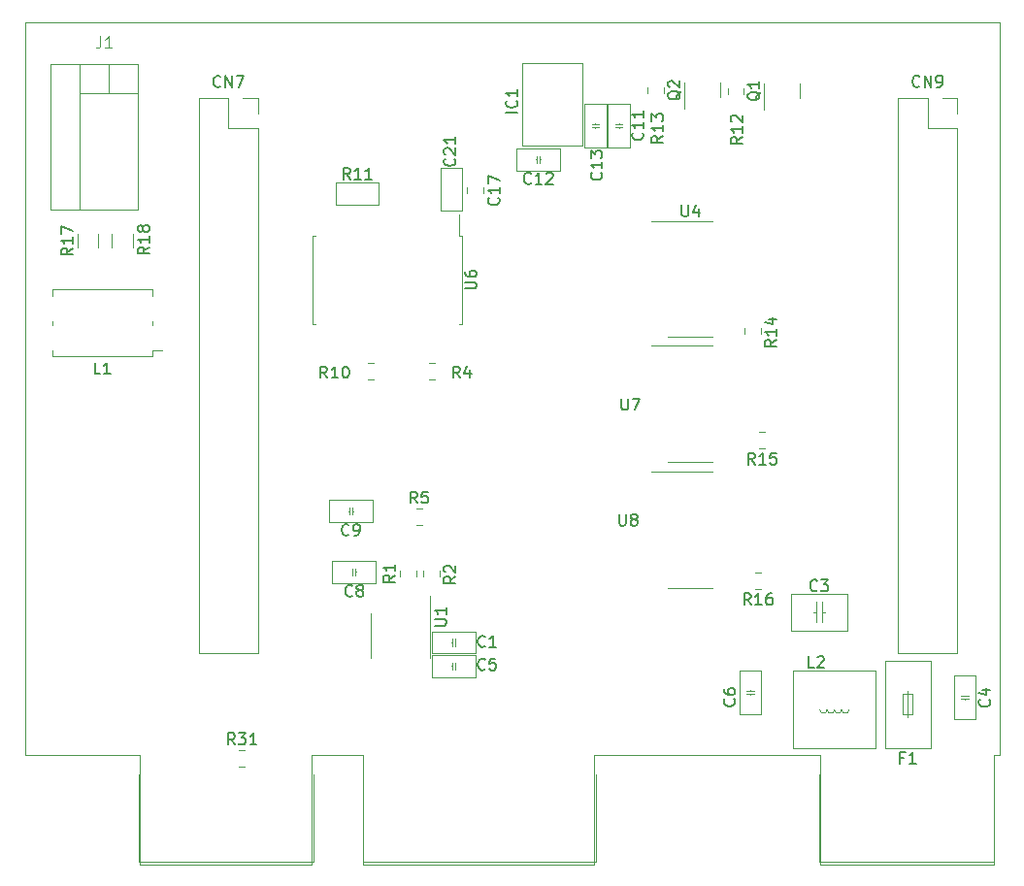
<source format=gbr>
%TF.GenerationSoftware,KiCad,Pcbnew,7.0.9*%
%TF.CreationDate,2024-06-26T15:19:18+03:00*%
%TF.ProjectId,_____ _________ ___________,1f3b3042-3020-43e4-913d-3e323d3e333e,rev?*%
%TF.SameCoordinates,Original*%
%TF.FileFunction,Legend,Top*%
%TF.FilePolarity,Positive*%
%FSLAX46Y46*%
G04 Gerber Fmt 4.6, Leading zero omitted, Abs format (unit mm)*
G04 Created by KiCad (PCBNEW 7.0.9) date 2024-06-26 15:19:18*
%MOMM*%
%LPD*%
G01*
G04 APERTURE LIST*
%ADD10C,0.150000*%
%ADD11C,0.100000*%
%ADD12C,0.120000*%
%TA.AperFunction,Profile*%
%ADD13C,0.100000*%
%TD*%
G04 APERTURE END LIST*
D10*
X127554819Y-84366666D02*
X127078628Y-84699999D01*
X127554819Y-84938094D02*
X126554819Y-84938094D01*
X126554819Y-84938094D02*
X126554819Y-84557142D01*
X126554819Y-84557142D02*
X126602438Y-84461904D01*
X126602438Y-84461904D02*
X126650057Y-84414285D01*
X126650057Y-84414285D02*
X126745295Y-84366666D01*
X126745295Y-84366666D02*
X126888152Y-84366666D01*
X126888152Y-84366666D02*
X126983390Y-84414285D01*
X126983390Y-84414285D02*
X127031009Y-84461904D01*
X127031009Y-84461904D02*
X127078628Y-84557142D01*
X127078628Y-84557142D02*
X127078628Y-84938094D01*
X126650057Y-83985713D02*
X126602438Y-83938094D01*
X126602438Y-83938094D02*
X126554819Y-83842856D01*
X126554819Y-83842856D02*
X126554819Y-83604761D01*
X126554819Y-83604761D02*
X126602438Y-83509523D01*
X126602438Y-83509523D02*
X126650057Y-83461904D01*
X126650057Y-83461904D02*
X126745295Y-83414285D01*
X126745295Y-83414285D02*
X126840533Y-83414285D01*
X126840533Y-83414285D02*
X126983390Y-83461904D01*
X126983390Y-83461904D02*
X127554819Y-84033332D01*
X127554819Y-84033332D02*
X127554819Y-83414285D01*
X118245833Y-80714580D02*
X118198214Y-80762200D01*
X118198214Y-80762200D02*
X118055357Y-80809819D01*
X118055357Y-80809819D02*
X117960119Y-80809819D01*
X117960119Y-80809819D02*
X117817262Y-80762200D01*
X117817262Y-80762200D02*
X117722024Y-80666961D01*
X117722024Y-80666961D02*
X117674405Y-80571723D01*
X117674405Y-80571723D02*
X117626786Y-80381247D01*
X117626786Y-80381247D02*
X117626786Y-80238390D01*
X117626786Y-80238390D02*
X117674405Y-80047914D01*
X117674405Y-80047914D02*
X117722024Y-79952676D01*
X117722024Y-79952676D02*
X117817262Y-79857438D01*
X117817262Y-79857438D02*
X117960119Y-79809819D01*
X117960119Y-79809819D02*
X118055357Y-79809819D01*
X118055357Y-79809819D02*
X118198214Y-79857438D01*
X118198214Y-79857438D02*
X118245833Y-79905057D01*
X118722024Y-80809819D02*
X118912500Y-80809819D01*
X118912500Y-80809819D02*
X119007738Y-80762200D01*
X119007738Y-80762200D02*
X119055357Y-80714580D01*
X119055357Y-80714580D02*
X119150595Y-80571723D01*
X119150595Y-80571723D02*
X119198214Y-80381247D01*
X119198214Y-80381247D02*
X119198214Y-80000295D01*
X119198214Y-80000295D02*
X119150595Y-79905057D01*
X119150595Y-79905057D02*
X119102976Y-79857438D01*
X119102976Y-79857438D02*
X119007738Y-79809819D01*
X119007738Y-79809819D02*
X118817262Y-79809819D01*
X118817262Y-79809819D02*
X118722024Y-79857438D01*
X118722024Y-79857438D02*
X118674405Y-79905057D01*
X118674405Y-79905057D02*
X118626786Y-80000295D01*
X118626786Y-80000295D02*
X118626786Y-80238390D01*
X118626786Y-80238390D02*
X118674405Y-80333628D01*
X118674405Y-80333628D02*
X118722024Y-80381247D01*
X118722024Y-80381247D02*
X118817262Y-80428866D01*
X118817262Y-80428866D02*
X119007738Y-80428866D01*
X119007738Y-80428866D02*
X119102976Y-80381247D01*
X119102976Y-80381247D02*
X119150595Y-80333628D01*
X119150595Y-80333628D02*
X119198214Y-80238390D01*
X124220833Y-77979819D02*
X123887500Y-77503628D01*
X123649405Y-77979819D02*
X123649405Y-76979819D01*
X123649405Y-76979819D02*
X124030357Y-76979819D01*
X124030357Y-76979819D02*
X124125595Y-77027438D01*
X124125595Y-77027438D02*
X124173214Y-77075057D01*
X124173214Y-77075057D02*
X124220833Y-77170295D01*
X124220833Y-77170295D02*
X124220833Y-77313152D01*
X124220833Y-77313152D02*
X124173214Y-77408390D01*
X124173214Y-77408390D02*
X124125595Y-77456009D01*
X124125595Y-77456009D02*
X124030357Y-77503628D01*
X124030357Y-77503628D02*
X123649405Y-77503628D01*
X125125595Y-76979819D02*
X124649405Y-76979819D01*
X124649405Y-76979819D02*
X124601786Y-77456009D01*
X124601786Y-77456009D02*
X124649405Y-77408390D01*
X124649405Y-77408390D02*
X124744643Y-77360771D01*
X124744643Y-77360771D02*
X124982738Y-77360771D01*
X124982738Y-77360771D02*
X125077976Y-77408390D01*
X125077976Y-77408390D02*
X125125595Y-77456009D01*
X125125595Y-77456009D02*
X125173214Y-77551247D01*
X125173214Y-77551247D02*
X125173214Y-77789342D01*
X125173214Y-77789342D02*
X125125595Y-77884580D01*
X125125595Y-77884580D02*
X125077976Y-77932200D01*
X125077976Y-77932200D02*
X124982738Y-77979819D01*
X124982738Y-77979819D02*
X124744643Y-77979819D01*
X124744643Y-77979819D02*
X124649405Y-77932200D01*
X124649405Y-77932200D02*
X124601786Y-77884580D01*
X154150057Y-42095238D02*
X154102438Y-42190476D01*
X154102438Y-42190476D02*
X154007200Y-42285714D01*
X154007200Y-42285714D02*
X153864342Y-42428571D01*
X153864342Y-42428571D02*
X153816723Y-42523809D01*
X153816723Y-42523809D02*
X153816723Y-42619047D01*
X154054819Y-42571428D02*
X154007200Y-42666666D01*
X154007200Y-42666666D02*
X153911961Y-42761904D01*
X153911961Y-42761904D02*
X153721485Y-42809523D01*
X153721485Y-42809523D02*
X153388152Y-42809523D01*
X153388152Y-42809523D02*
X153197676Y-42761904D01*
X153197676Y-42761904D02*
X153102438Y-42666666D01*
X153102438Y-42666666D02*
X153054819Y-42571428D01*
X153054819Y-42571428D02*
X153054819Y-42380952D01*
X153054819Y-42380952D02*
X153102438Y-42285714D01*
X153102438Y-42285714D02*
X153197676Y-42190476D01*
X153197676Y-42190476D02*
X153388152Y-42142857D01*
X153388152Y-42142857D02*
X153721485Y-42142857D01*
X153721485Y-42142857D02*
X153911961Y-42190476D01*
X153911961Y-42190476D02*
X154007200Y-42285714D01*
X154007200Y-42285714D02*
X154054819Y-42380952D01*
X154054819Y-42380952D02*
X154054819Y-42571428D01*
X154054819Y-41190476D02*
X154054819Y-41761904D01*
X154054819Y-41476190D02*
X153054819Y-41476190D01*
X153054819Y-41476190D02*
X153197676Y-41571428D01*
X153197676Y-41571428D02*
X153292914Y-41666666D01*
X153292914Y-41666666D02*
X153340533Y-41761904D01*
X122254819Y-84279166D02*
X121778628Y-84612499D01*
X122254819Y-84850594D02*
X121254819Y-84850594D01*
X121254819Y-84850594D02*
X121254819Y-84469642D01*
X121254819Y-84469642D02*
X121302438Y-84374404D01*
X121302438Y-84374404D02*
X121350057Y-84326785D01*
X121350057Y-84326785D02*
X121445295Y-84279166D01*
X121445295Y-84279166D02*
X121588152Y-84279166D01*
X121588152Y-84279166D02*
X121683390Y-84326785D01*
X121683390Y-84326785D02*
X121731009Y-84374404D01*
X121731009Y-84374404D02*
X121778628Y-84469642D01*
X121778628Y-84469642D02*
X121778628Y-84850594D01*
X122254819Y-83326785D02*
X122254819Y-83898213D01*
X122254819Y-83612499D02*
X121254819Y-83612499D01*
X121254819Y-83612499D02*
X121397676Y-83707737D01*
X121397676Y-83707737D02*
X121492914Y-83802975D01*
X121492914Y-83802975D02*
X121540533Y-83898213D01*
X143839580Y-45680357D02*
X143887200Y-45727976D01*
X143887200Y-45727976D02*
X143934819Y-45870833D01*
X143934819Y-45870833D02*
X143934819Y-45966071D01*
X143934819Y-45966071D02*
X143887200Y-46108928D01*
X143887200Y-46108928D02*
X143791961Y-46204166D01*
X143791961Y-46204166D02*
X143696723Y-46251785D01*
X143696723Y-46251785D02*
X143506247Y-46299404D01*
X143506247Y-46299404D02*
X143363390Y-46299404D01*
X143363390Y-46299404D02*
X143172914Y-46251785D01*
X143172914Y-46251785D02*
X143077676Y-46204166D01*
X143077676Y-46204166D02*
X142982438Y-46108928D01*
X142982438Y-46108928D02*
X142934819Y-45966071D01*
X142934819Y-45966071D02*
X142934819Y-45870833D01*
X142934819Y-45870833D02*
X142982438Y-45727976D01*
X142982438Y-45727976D02*
X143030057Y-45680357D01*
X143934819Y-44727976D02*
X143934819Y-45299404D01*
X143934819Y-45013690D02*
X142934819Y-45013690D01*
X142934819Y-45013690D02*
X143077676Y-45108928D01*
X143077676Y-45108928D02*
X143172914Y-45204166D01*
X143172914Y-45204166D02*
X143220533Y-45299404D01*
X143934819Y-43775595D02*
X143934819Y-44347023D01*
X143934819Y-44061309D02*
X142934819Y-44061309D01*
X142934819Y-44061309D02*
X143077676Y-44156547D01*
X143077676Y-44156547D02*
X143172914Y-44251785D01*
X143172914Y-44251785D02*
X143220533Y-44347023D01*
X108294642Y-99054819D02*
X107961309Y-98578628D01*
X107723214Y-99054819D02*
X107723214Y-98054819D01*
X107723214Y-98054819D02*
X108104166Y-98054819D01*
X108104166Y-98054819D02*
X108199404Y-98102438D01*
X108199404Y-98102438D02*
X108247023Y-98150057D01*
X108247023Y-98150057D02*
X108294642Y-98245295D01*
X108294642Y-98245295D02*
X108294642Y-98388152D01*
X108294642Y-98388152D02*
X108247023Y-98483390D01*
X108247023Y-98483390D02*
X108199404Y-98531009D01*
X108199404Y-98531009D02*
X108104166Y-98578628D01*
X108104166Y-98578628D02*
X107723214Y-98578628D01*
X108627976Y-98054819D02*
X109247023Y-98054819D01*
X109247023Y-98054819D02*
X108913690Y-98435771D01*
X108913690Y-98435771D02*
X109056547Y-98435771D01*
X109056547Y-98435771D02*
X109151785Y-98483390D01*
X109151785Y-98483390D02*
X109199404Y-98531009D01*
X109199404Y-98531009D02*
X109247023Y-98626247D01*
X109247023Y-98626247D02*
X109247023Y-98864342D01*
X109247023Y-98864342D02*
X109199404Y-98959580D01*
X109199404Y-98959580D02*
X109151785Y-99007200D01*
X109151785Y-99007200D02*
X109056547Y-99054819D01*
X109056547Y-99054819D02*
X108770833Y-99054819D01*
X108770833Y-99054819D02*
X108675595Y-99007200D01*
X108675595Y-99007200D02*
X108627976Y-98959580D01*
X110199404Y-99054819D02*
X109627976Y-99054819D01*
X109913690Y-99054819D02*
X109913690Y-98054819D01*
X109913690Y-98054819D02*
X109818452Y-98197676D01*
X109818452Y-98197676D02*
X109723214Y-98292914D01*
X109723214Y-98292914D02*
X109627976Y-98340533D01*
X153317142Y-86854819D02*
X152983809Y-86378628D01*
X152745714Y-86854819D02*
X152745714Y-85854819D01*
X152745714Y-85854819D02*
X153126666Y-85854819D01*
X153126666Y-85854819D02*
X153221904Y-85902438D01*
X153221904Y-85902438D02*
X153269523Y-85950057D01*
X153269523Y-85950057D02*
X153317142Y-86045295D01*
X153317142Y-86045295D02*
X153317142Y-86188152D01*
X153317142Y-86188152D02*
X153269523Y-86283390D01*
X153269523Y-86283390D02*
X153221904Y-86331009D01*
X153221904Y-86331009D02*
X153126666Y-86378628D01*
X153126666Y-86378628D02*
X152745714Y-86378628D01*
X154269523Y-86854819D02*
X153698095Y-86854819D01*
X153983809Y-86854819D02*
X153983809Y-85854819D01*
X153983809Y-85854819D02*
X153888571Y-85997676D01*
X153888571Y-85997676D02*
X153793333Y-86092914D01*
X153793333Y-86092914D02*
X153698095Y-86140533D01*
X155126666Y-85854819D02*
X154936190Y-85854819D01*
X154936190Y-85854819D02*
X154840952Y-85902438D01*
X154840952Y-85902438D02*
X154793333Y-85950057D01*
X154793333Y-85950057D02*
X154698095Y-86092914D01*
X154698095Y-86092914D02*
X154650476Y-86283390D01*
X154650476Y-86283390D02*
X154650476Y-86664342D01*
X154650476Y-86664342D02*
X154698095Y-86759580D01*
X154698095Y-86759580D02*
X154745714Y-86807200D01*
X154745714Y-86807200D02*
X154840952Y-86854819D01*
X154840952Y-86854819D02*
X155031428Y-86854819D01*
X155031428Y-86854819D02*
X155126666Y-86807200D01*
X155126666Y-86807200D02*
X155174285Y-86759580D01*
X155174285Y-86759580D02*
X155221904Y-86664342D01*
X155221904Y-86664342D02*
X155221904Y-86426247D01*
X155221904Y-86426247D02*
X155174285Y-86331009D01*
X155174285Y-86331009D02*
X155126666Y-86283390D01*
X155126666Y-86283390D02*
X155031428Y-86235771D01*
X155031428Y-86235771D02*
X154840952Y-86235771D01*
X154840952Y-86235771D02*
X154745714Y-86283390D01*
X154745714Y-86283390D02*
X154698095Y-86331009D01*
X154698095Y-86331009D02*
X154650476Y-86426247D01*
X134144642Y-50039580D02*
X134097023Y-50087200D01*
X134097023Y-50087200D02*
X133954166Y-50134819D01*
X133954166Y-50134819D02*
X133858928Y-50134819D01*
X133858928Y-50134819D02*
X133716071Y-50087200D01*
X133716071Y-50087200D02*
X133620833Y-49991961D01*
X133620833Y-49991961D02*
X133573214Y-49896723D01*
X133573214Y-49896723D02*
X133525595Y-49706247D01*
X133525595Y-49706247D02*
X133525595Y-49563390D01*
X133525595Y-49563390D02*
X133573214Y-49372914D01*
X133573214Y-49372914D02*
X133620833Y-49277676D01*
X133620833Y-49277676D02*
X133716071Y-49182438D01*
X133716071Y-49182438D02*
X133858928Y-49134819D01*
X133858928Y-49134819D02*
X133954166Y-49134819D01*
X133954166Y-49134819D02*
X134097023Y-49182438D01*
X134097023Y-49182438D02*
X134144642Y-49230057D01*
X135097023Y-50134819D02*
X134525595Y-50134819D01*
X134811309Y-50134819D02*
X134811309Y-49134819D01*
X134811309Y-49134819D02*
X134716071Y-49277676D01*
X134716071Y-49277676D02*
X134620833Y-49372914D01*
X134620833Y-49372914D02*
X134525595Y-49420533D01*
X135477976Y-49230057D02*
X135525595Y-49182438D01*
X135525595Y-49182438D02*
X135620833Y-49134819D01*
X135620833Y-49134819D02*
X135858928Y-49134819D01*
X135858928Y-49134819D02*
X135954166Y-49182438D01*
X135954166Y-49182438D02*
X136001785Y-49230057D01*
X136001785Y-49230057D02*
X136049404Y-49325295D01*
X136049404Y-49325295D02*
X136049404Y-49420533D01*
X136049404Y-49420533D02*
X136001785Y-49563390D01*
X136001785Y-49563390D02*
X135430357Y-50134819D01*
X135430357Y-50134819D02*
X136049404Y-50134819D01*
X158833333Y-92354819D02*
X158357143Y-92354819D01*
X158357143Y-92354819D02*
X158357143Y-91354819D01*
X159119048Y-91450057D02*
X159166667Y-91402438D01*
X159166667Y-91402438D02*
X159261905Y-91354819D01*
X159261905Y-91354819D02*
X159500000Y-91354819D01*
X159500000Y-91354819D02*
X159595238Y-91402438D01*
X159595238Y-91402438D02*
X159642857Y-91450057D01*
X159642857Y-91450057D02*
X159690476Y-91545295D01*
X159690476Y-91545295D02*
X159690476Y-91640533D01*
X159690476Y-91640533D02*
X159642857Y-91783390D01*
X159642857Y-91783390D02*
X159071429Y-92354819D01*
X159071429Y-92354819D02*
X159690476Y-92354819D01*
X132954819Y-43906189D02*
X131954819Y-43906189D01*
X132859580Y-42858571D02*
X132907200Y-42906190D01*
X132907200Y-42906190D02*
X132954819Y-43049047D01*
X132954819Y-43049047D02*
X132954819Y-43144285D01*
X132954819Y-43144285D02*
X132907200Y-43287142D01*
X132907200Y-43287142D02*
X132811961Y-43382380D01*
X132811961Y-43382380D02*
X132716723Y-43429999D01*
X132716723Y-43429999D02*
X132526247Y-43477618D01*
X132526247Y-43477618D02*
X132383390Y-43477618D01*
X132383390Y-43477618D02*
X132192914Y-43429999D01*
X132192914Y-43429999D02*
X132097676Y-43382380D01*
X132097676Y-43382380D02*
X132002438Y-43287142D01*
X132002438Y-43287142D02*
X131954819Y-43144285D01*
X131954819Y-43144285D02*
X131954819Y-43049047D01*
X131954819Y-43049047D02*
X132002438Y-42906190D01*
X132002438Y-42906190D02*
X132050057Y-42858571D01*
X132954819Y-41906190D02*
X132954819Y-42477618D01*
X132954819Y-42191904D02*
X131954819Y-42191904D01*
X131954819Y-42191904D02*
X132097676Y-42287142D01*
X132097676Y-42287142D02*
X132192914Y-42382380D01*
X132192914Y-42382380D02*
X132240533Y-42477618D01*
X118357142Y-49740319D02*
X118023809Y-49264128D01*
X117785714Y-49740319D02*
X117785714Y-48740319D01*
X117785714Y-48740319D02*
X118166666Y-48740319D01*
X118166666Y-48740319D02*
X118261904Y-48787938D01*
X118261904Y-48787938D02*
X118309523Y-48835557D01*
X118309523Y-48835557D02*
X118357142Y-48930795D01*
X118357142Y-48930795D02*
X118357142Y-49073652D01*
X118357142Y-49073652D02*
X118309523Y-49168890D01*
X118309523Y-49168890D02*
X118261904Y-49216509D01*
X118261904Y-49216509D02*
X118166666Y-49264128D01*
X118166666Y-49264128D02*
X117785714Y-49264128D01*
X119309523Y-49740319D02*
X118738095Y-49740319D01*
X119023809Y-49740319D02*
X119023809Y-48740319D01*
X119023809Y-48740319D02*
X118928571Y-48883176D01*
X118928571Y-48883176D02*
X118833333Y-48978414D01*
X118833333Y-48978414D02*
X118738095Y-49026033D01*
X120261904Y-49740319D02*
X119690476Y-49740319D01*
X119976190Y-49740319D02*
X119976190Y-48740319D01*
X119976190Y-48740319D02*
X119880952Y-48883176D01*
X119880952Y-48883176D02*
X119785714Y-48978414D01*
X119785714Y-48978414D02*
X119690476Y-49026033D01*
X168039523Y-41589580D02*
X167991904Y-41637200D01*
X167991904Y-41637200D02*
X167849047Y-41684819D01*
X167849047Y-41684819D02*
X167753809Y-41684819D01*
X167753809Y-41684819D02*
X167610952Y-41637200D01*
X167610952Y-41637200D02*
X167515714Y-41541961D01*
X167515714Y-41541961D02*
X167468095Y-41446723D01*
X167468095Y-41446723D02*
X167420476Y-41256247D01*
X167420476Y-41256247D02*
X167420476Y-41113390D01*
X167420476Y-41113390D02*
X167468095Y-40922914D01*
X167468095Y-40922914D02*
X167515714Y-40827676D01*
X167515714Y-40827676D02*
X167610952Y-40732438D01*
X167610952Y-40732438D02*
X167753809Y-40684819D01*
X167753809Y-40684819D02*
X167849047Y-40684819D01*
X167849047Y-40684819D02*
X167991904Y-40732438D01*
X167991904Y-40732438D02*
X168039523Y-40780057D01*
X168468095Y-41684819D02*
X168468095Y-40684819D01*
X168468095Y-40684819D02*
X169039523Y-41684819D01*
X169039523Y-41684819D02*
X169039523Y-40684819D01*
X169563333Y-41684819D02*
X169753809Y-41684819D01*
X169753809Y-41684819D02*
X169849047Y-41637200D01*
X169849047Y-41637200D02*
X169896666Y-41589580D01*
X169896666Y-41589580D02*
X169991904Y-41446723D01*
X169991904Y-41446723D02*
X170039523Y-41256247D01*
X170039523Y-41256247D02*
X170039523Y-40875295D01*
X170039523Y-40875295D02*
X169991904Y-40780057D01*
X169991904Y-40780057D02*
X169944285Y-40732438D01*
X169944285Y-40732438D02*
X169849047Y-40684819D01*
X169849047Y-40684819D02*
X169658571Y-40684819D01*
X169658571Y-40684819D02*
X169563333Y-40732438D01*
X169563333Y-40732438D02*
X169515714Y-40780057D01*
X169515714Y-40780057D02*
X169468095Y-40875295D01*
X169468095Y-40875295D02*
X169468095Y-41113390D01*
X169468095Y-41113390D02*
X169515714Y-41208628D01*
X169515714Y-41208628D02*
X169563333Y-41256247D01*
X169563333Y-41256247D02*
X169658571Y-41303866D01*
X169658571Y-41303866D02*
X169849047Y-41303866D01*
X169849047Y-41303866D02*
X169944285Y-41256247D01*
X169944285Y-41256247D02*
X169991904Y-41208628D01*
X169991904Y-41208628D02*
X170039523Y-41113390D01*
X152554819Y-46042857D02*
X152078628Y-46376190D01*
X152554819Y-46614285D02*
X151554819Y-46614285D01*
X151554819Y-46614285D02*
X151554819Y-46233333D01*
X151554819Y-46233333D02*
X151602438Y-46138095D01*
X151602438Y-46138095D02*
X151650057Y-46090476D01*
X151650057Y-46090476D02*
X151745295Y-46042857D01*
X151745295Y-46042857D02*
X151888152Y-46042857D01*
X151888152Y-46042857D02*
X151983390Y-46090476D01*
X151983390Y-46090476D02*
X152031009Y-46138095D01*
X152031009Y-46138095D02*
X152078628Y-46233333D01*
X152078628Y-46233333D02*
X152078628Y-46614285D01*
X152554819Y-45090476D02*
X152554819Y-45661904D01*
X152554819Y-45376190D02*
X151554819Y-45376190D01*
X151554819Y-45376190D02*
X151697676Y-45471428D01*
X151697676Y-45471428D02*
X151792914Y-45566666D01*
X151792914Y-45566666D02*
X151840533Y-45661904D01*
X151650057Y-44709523D02*
X151602438Y-44661904D01*
X151602438Y-44661904D02*
X151554819Y-44566666D01*
X151554819Y-44566666D02*
X151554819Y-44328571D01*
X151554819Y-44328571D02*
X151602438Y-44233333D01*
X151602438Y-44233333D02*
X151650057Y-44185714D01*
X151650057Y-44185714D02*
X151745295Y-44138095D01*
X151745295Y-44138095D02*
X151840533Y-44138095D01*
X151840533Y-44138095D02*
X151983390Y-44185714D01*
X151983390Y-44185714D02*
X152554819Y-44757142D01*
X152554819Y-44757142D02*
X152554819Y-44138095D01*
X153669642Y-74604819D02*
X153336309Y-74128628D01*
X153098214Y-74604819D02*
X153098214Y-73604819D01*
X153098214Y-73604819D02*
X153479166Y-73604819D01*
X153479166Y-73604819D02*
X153574404Y-73652438D01*
X153574404Y-73652438D02*
X153622023Y-73700057D01*
X153622023Y-73700057D02*
X153669642Y-73795295D01*
X153669642Y-73795295D02*
X153669642Y-73938152D01*
X153669642Y-73938152D02*
X153622023Y-74033390D01*
X153622023Y-74033390D02*
X153574404Y-74081009D01*
X153574404Y-74081009D02*
X153479166Y-74128628D01*
X153479166Y-74128628D02*
X153098214Y-74128628D01*
X154622023Y-74604819D02*
X154050595Y-74604819D01*
X154336309Y-74604819D02*
X154336309Y-73604819D01*
X154336309Y-73604819D02*
X154241071Y-73747676D01*
X154241071Y-73747676D02*
X154145833Y-73842914D01*
X154145833Y-73842914D02*
X154050595Y-73890533D01*
X155526785Y-73604819D02*
X155050595Y-73604819D01*
X155050595Y-73604819D02*
X155002976Y-74081009D01*
X155002976Y-74081009D02*
X155050595Y-74033390D01*
X155050595Y-74033390D02*
X155145833Y-73985771D01*
X155145833Y-73985771D02*
X155383928Y-73985771D01*
X155383928Y-73985771D02*
X155479166Y-74033390D01*
X155479166Y-74033390D02*
X155526785Y-74081009D01*
X155526785Y-74081009D02*
X155574404Y-74176247D01*
X155574404Y-74176247D02*
X155574404Y-74414342D01*
X155574404Y-74414342D02*
X155526785Y-74509580D01*
X155526785Y-74509580D02*
X155479166Y-74557200D01*
X155479166Y-74557200D02*
X155383928Y-74604819D01*
X155383928Y-74604819D02*
X155145833Y-74604819D01*
X155145833Y-74604819D02*
X155050595Y-74557200D01*
X155050595Y-74557200D02*
X155002976Y-74509580D01*
X174109580Y-95129166D02*
X174157200Y-95176785D01*
X174157200Y-95176785D02*
X174204819Y-95319642D01*
X174204819Y-95319642D02*
X174204819Y-95414880D01*
X174204819Y-95414880D02*
X174157200Y-95557737D01*
X174157200Y-95557737D02*
X174061961Y-95652975D01*
X174061961Y-95652975D02*
X173966723Y-95700594D01*
X173966723Y-95700594D02*
X173776247Y-95748213D01*
X173776247Y-95748213D02*
X173633390Y-95748213D01*
X173633390Y-95748213D02*
X173442914Y-95700594D01*
X173442914Y-95700594D02*
X173347676Y-95652975D01*
X173347676Y-95652975D02*
X173252438Y-95557737D01*
X173252438Y-95557737D02*
X173204819Y-95414880D01*
X173204819Y-95414880D02*
X173204819Y-95319642D01*
X173204819Y-95319642D02*
X173252438Y-95176785D01*
X173252438Y-95176785D02*
X173300057Y-95129166D01*
X173538152Y-94272023D02*
X174204819Y-94272023D01*
X173157200Y-94510118D02*
X173871485Y-94748213D01*
X173871485Y-94748213D02*
X173871485Y-94129166D01*
X147200057Y-42032738D02*
X147152438Y-42127976D01*
X147152438Y-42127976D02*
X147057200Y-42223214D01*
X147057200Y-42223214D02*
X146914342Y-42366071D01*
X146914342Y-42366071D02*
X146866723Y-42461309D01*
X146866723Y-42461309D02*
X146866723Y-42556547D01*
X147104819Y-42508928D02*
X147057200Y-42604166D01*
X147057200Y-42604166D02*
X146961961Y-42699404D01*
X146961961Y-42699404D02*
X146771485Y-42747023D01*
X146771485Y-42747023D02*
X146438152Y-42747023D01*
X146438152Y-42747023D02*
X146247676Y-42699404D01*
X146247676Y-42699404D02*
X146152438Y-42604166D01*
X146152438Y-42604166D02*
X146104819Y-42508928D01*
X146104819Y-42508928D02*
X146104819Y-42318452D01*
X146104819Y-42318452D02*
X146152438Y-42223214D01*
X146152438Y-42223214D02*
X146247676Y-42127976D01*
X146247676Y-42127976D02*
X146438152Y-42080357D01*
X146438152Y-42080357D02*
X146771485Y-42080357D01*
X146771485Y-42080357D02*
X146961961Y-42127976D01*
X146961961Y-42127976D02*
X147057200Y-42223214D01*
X147057200Y-42223214D02*
X147104819Y-42318452D01*
X147104819Y-42318452D02*
X147104819Y-42508928D01*
X146200057Y-41699404D02*
X146152438Y-41651785D01*
X146152438Y-41651785D02*
X146104819Y-41556547D01*
X146104819Y-41556547D02*
X146104819Y-41318452D01*
X146104819Y-41318452D02*
X146152438Y-41223214D01*
X146152438Y-41223214D02*
X146200057Y-41175595D01*
X146200057Y-41175595D02*
X146295295Y-41127976D01*
X146295295Y-41127976D02*
X146390533Y-41127976D01*
X146390533Y-41127976D02*
X146533390Y-41175595D01*
X146533390Y-41175595D02*
X147104819Y-41747023D01*
X147104819Y-41747023D02*
X147104819Y-41127976D01*
X151859580Y-95066666D02*
X151907200Y-95114285D01*
X151907200Y-95114285D02*
X151954819Y-95257142D01*
X151954819Y-95257142D02*
X151954819Y-95352380D01*
X151954819Y-95352380D02*
X151907200Y-95495237D01*
X151907200Y-95495237D02*
X151811961Y-95590475D01*
X151811961Y-95590475D02*
X151716723Y-95638094D01*
X151716723Y-95638094D02*
X151526247Y-95685713D01*
X151526247Y-95685713D02*
X151383390Y-95685713D01*
X151383390Y-95685713D02*
X151192914Y-95638094D01*
X151192914Y-95638094D02*
X151097676Y-95590475D01*
X151097676Y-95590475D02*
X151002438Y-95495237D01*
X151002438Y-95495237D02*
X150954819Y-95352380D01*
X150954819Y-95352380D02*
X150954819Y-95257142D01*
X150954819Y-95257142D02*
X151002438Y-95114285D01*
X151002438Y-95114285D02*
X151050057Y-95066666D01*
X150954819Y-94209523D02*
X150954819Y-94399999D01*
X150954819Y-94399999D02*
X151002438Y-94495237D01*
X151002438Y-94495237D02*
X151050057Y-94542856D01*
X151050057Y-94542856D02*
X151192914Y-94638094D01*
X151192914Y-94638094D02*
X151383390Y-94685713D01*
X151383390Y-94685713D02*
X151764342Y-94685713D01*
X151764342Y-94685713D02*
X151859580Y-94638094D01*
X151859580Y-94638094D02*
X151907200Y-94590475D01*
X151907200Y-94590475D02*
X151954819Y-94495237D01*
X151954819Y-94495237D02*
X151954819Y-94304761D01*
X151954819Y-94304761D02*
X151907200Y-94209523D01*
X151907200Y-94209523D02*
X151859580Y-94161904D01*
X151859580Y-94161904D02*
X151764342Y-94114285D01*
X151764342Y-94114285D02*
X151526247Y-94114285D01*
X151526247Y-94114285D02*
X151431009Y-94161904D01*
X151431009Y-94161904D02*
X151383390Y-94209523D01*
X151383390Y-94209523D02*
X151335771Y-94304761D01*
X151335771Y-94304761D02*
X151335771Y-94495237D01*
X151335771Y-94495237D02*
X151383390Y-94590475D01*
X151383390Y-94590475D02*
X151431009Y-94638094D01*
X151431009Y-94638094D02*
X151526247Y-94685713D01*
X142038095Y-68854819D02*
X142038095Y-69664342D01*
X142038095Y-69664342D02*
X142085714Y-69759580D01*
X142085714Y-69759580D02*
X142133333Y-69807200D01*
X142133333Y-69807200D02*
X142228571Y-69854819D01*
X142228571Y-69854819D02*
X142419047Y-69854819D01*
X142419047Y-69854819D02*
X142514285Y-69807200D01*
X142514285Y-69807200D02*
X142561904Y-69759580D01*
X142561904Y-69759580D02*
X142609523Y-69664342D01*
X142609523Y-69664342D02*
X142609523Y-68854819D01*
X142990476Y-68854819D02*
X143657142Y-68854819D01*
X143657142Y-68854819D02*
X143228571Y-69854819D01*
X118545833Y-86039580D02*
X118498214Y-86087200D01*
X118498214Y-86087200D02*
X118355357Y-86134819D01*
X118355357Y-86134819D02*
X118260119Y-86134819D01*
X118260119Y-86134819D02*
X118117262Y-86087200D01*
X118117262Y-86087200D02*
X118022024Y-85991961D01*
X118022024Y-85991961D02*
X117974405Y-85896723D01*
X117974405Y-85896723D02*
X117926786Y-85706247D01*
X117926786Y-85706247D02*
X117926786Y-85563390D01*
X117926786Y-85563390D02*
X117974405Y-85372914D01*
X117974405Y-85372914D02*
X118022024Y-85277676D01*
X118022024Y-85277676D02*
X118117262Y-85182438D01*
X118117262Y-85182438D02*
X118260119Y-85134819D01*
X118260119Y-85134819D02*
X118355357Y-85134819D01*
X118355357Y-85134819D02*
X118498214Y-85182438D01*
X118498214Y-85182438D02*
X118545833Y-85230057D01*
X119117262Y-85563390D02*
X119022024Y-85515771D01*
X119022024Y-85515771D02*
X118974405Y-85468152D01*
X118974405Y-85468152D02*
X118926786Y-85372914D01*
X118926786Y-85372914D02*
X118926786Y-85325295D01*
X118926786Y-85325295D02*
X118974405Y-85230057D01*
X118974405Y-85230057D02*
X119022024Y-85182438D01*
X119022024Y-85182438D02*
X119117262Y-85134819D01*
X119117262Y-85134819D02*
X119307738Y-85134819D01*
X119307738Y-85134819D02*
X119402976Y-85182438D01*
X119402976Y-85182438D02*
X119450595Y-85230057D01*
X119450595Y-85230057D02*
X119498214Y-85325295D01*
X119498214Y-85325295D02*
X119498214Y-85372914D01*
X119498214Y-85372914D02*
X119450595Y-85468152D01*
X119450595Y-85468152D02*
X119402976Y-85515771D01*
X119402976Y-85515771D02*
X119307738Y-85563390D01*
X119307738Y-85563390D02*
X119117262Y-85563390D01*
X119117262Y-85563390D02*
X119022024Y-85611009D01*
X119022024Y-85611009D02*
X118974405Y-85658628D01*
X118974405Y-85658628D02*
X118926786Y-85753866D01*
X118926786Y-85753866D02*
X118926786Y-85944342D01*
X118926786Y-85944342D02*
X118974405Y-86039580D01*
X118974405Y-86039580D02*
X119022024Y-86087200D01*
X119022024Y-86087200D02*
X119117262Y-86134819D01*
X119117262Y-86134819D02*
X119307738Y-86134819D01*
X119307738Y-86134819D02*
X119402976Y-86087200D01*
X119402976Y-86087200D02*
X119450595Y-86039580D01*
X119450595Y-86039580D02*
X119498214Y-85944342D01*
X119498214Y-85944342D02*
X119498214Y-85753866D01*
X119498214Y-85753866D02*
X119450595Y-85658628D01*
X119450595Y-85658628D02*
X119402976Y-85611009D01*
X119402976Y-85611009D02*
X119307738Y-85563390D01*
X141838095Y-78954819D02*
X141838095Y-79764342D01*
X141838095Y-79764342D02*
X141885714Y-79859580D01*
X141885714Y-79859580D02*
X141933333Y-79907200D01*
X141933333Y-79907200D02*
X142028571Y-79954819D01*
X142028571Y-79954819D02*
X142219047Y-79954819D01*
X142219047Y-79954819D02*
X142314285Y-79907200D01*
X142314285Y-79907200D02*
X142361904Y-79859580D01*
X142361904Y-79859580D02*
X142409523Y-79764342D01*
X142409523Y-79764342D02*
X142409523Y-78954819D01*
X143028571Y-79383390D02*
X142933333Y-79335771D01*
X142933333Y-79335771D02*
X142885714Y-79288152D01*
X142885714Y-79288152D02*
X142838095Y-79192914D01*
X142838095Y-79192914D02*
X142838095Y-79145295D01*
X142838095Y-79145295D02*
X142885714Y-79050057D01*
X142885714Y-79050057D02*
X142933333Y-79002438D01*
X142933333Y-79002438D02*
X143028571Y-78954819D01*
X143028571Y-78954819D02*
X143219047Y-78954819D01*
X143219047Y-78954819D02*
X143314285Y-79002438D01*
X143314285Y-79002438D02*
X143361904Y-79050057D01*
X143361904Y-79050057D02*
X143409523Y-79145295D01*
X143409523Y-79145295D02*
X143409523Y-79192914D01*
X143409523Y-79192914D02*
X143361904Y-79288152D01*
X143361904Y-79288152D02*
X143314285Y-79335771D01*
X143314285Y-79335771D02*
X143219047Y-79383390D01*
X143219047Y-79383390D02*
X143028571Y-79383390D01*
X143028571Y-79383390D02*
X142933333Y-79431009D01*
X142933333Y-79431009D02*
X142885714Y-79478628D01*
X142885714Y-79478628D02*
X142838095Y-79573866D01*
X142838095Y-79573866D02*
X142838095Y-79764342D01*
X142838095Y-79764342D02*
X142885714Y-79859580D01*
X142885714Y-79859580D02*
X142933333Y-79907200D01*
X142933333Y-79907200D02*
X143028571Y-79954819D01*
X143028571Y-79954819D02*
X143219047Y-79954819D01*
X143219047Y-79954819D02*
X143314285Y-79907200D01*
X143314285Y-79907200D02*
X143361904Y-79859580D01*
X143361904Y-79859580D02*
X143409523Y-79764342D01*
X143409523Y-79764342D02*
X143409523Y-79573866D01*
X143409523Y-79573866D02*
X143361904Y-79478628D01*
X143361904Y-79478628D02*
X143314285Y-79431009D01*
X143314285Y-79431009D02*
X143219047Y-79383390D01*
X145654819Y-45942857D02*
X145178628Y-46276190D01*
X145654819Y-46514285D02*
X144654819Y-46514285D01*
X144654819Y-46514285D02*
X144654819Y-46133333D01*
X144654819Y-46133333D02*
X144702438Y-46038095D01*
X144702438Y-46038095D02*
X144750057Y-45990476D01*
X144750057Y-45990476D02*
X144845295Y-45942857D01*
X144845295Y-45942857D02*
X144988152Y-45942857D01*
X144988152Y-45942857D02*
X145083390Y-45990476D01*
X145083390Y-45990476D02*
X145131009Y-46038095D01*
X145131009Y-46038095D02*
X145178628Y-46133333D01*
X145178628Y-46133333D02*
X145178628Y-46514285D01*
X145654819Y-44990476D02*
X145654819Y-45561904D01*
X145654819Y-45276190D02*
X144654819Y-45276190D01*
X144654819Y-45276190D02*
X144797676Y-45371428D01*
X144797676Y-45371428D02*
X144892914Y-45466666D01*
X144892914Y-45466666D02*
X144940533Y-45561904D01*
X144654819Y-44657142D02*
X144654819Y-44038095D01*
X144654819Y-44038095D02*
X145035771Y-44371428D01*
X145035771Y-44371428D02*
X145035771Y-44228571D01*
X145035771Y-44228571D02*
X145083390Y-44133333D01*
X145083390Y-44133333D02*
X145131009Y-44085714D01*
X145131009Y-44085714D02*
X145226247Y-44038095D01*
X145226247Y-44038095D02*
X145464342Y-44038095D01*
X145464342Y-44038095D02*
X145559580Y-44085714D01*
X145559580Y-44085714D02*
X145607200Y-44133333D01*
X145607200Y-44133333D02*
X145654819Y-44228571D01*
X145654819Y-44228571D02*
X145654819Y-44514285D01*
X145654819Y-44514285D02*
X145607200Y-44609523D01*
X145607200Y-44609523D02*
X145559580Y-44657142D01*
X159095833Y-85579580D02*
X159048214Y-85627200D01*
X159048214Y-85627200D02*
X158905357Y-85674819D01*
X158905357Y-85674819D02*
X158810119Y-85674819D01*
X158810119Y-85674819D02*
X158667262Y-85627200D01*
X158667262Y-85627200D02*
X158572024Y-85531961D01*
X158572024Y-85531961D02*
X158524405Y-85436723D01*
X158524405Y-85436723D02*
X158476786Y-85246247D01*
X158476786Y-85246247D02*
X158476786Y-85103390D01*
X158476786Y-85103390D02*
X158524405Y-84912914D01*
X158524405Y-84912914D02*
X158572024Y-84817676D01*
X158572024Y-84817676D02*
X158667262Y-84722438D01*
X158667262Y-84722438D02*
X158810119Y-84674819D01*
X158810119Y-84674819D02*
X158905357Y-84674819D01*
X158905357Y-84674819D02*
X159048214Y-84722438D01*
X159048214Y-84722438D02*
X159095833Y-84770057D01*
X159429167Y-84674819D02*
X160048214Y-84674819D01*
X160048214Y-84674819D02*
X159714881Y-85055771D01*
X159714881Y-85055771D02*
X159857738Y-85055771D01*
X159857738Y-85055771D02*
X159952976Y-85103390D01*
X159952976Y-85103390D02*
X160000595Y-85151009D01*
X160000595Y-85151009D02*
X160048214Y-85246247D01*
X160048214Y-85246247D02*
X160048214Y-85484342D01*
X160048214Y-85484342D02*
X160000595Y-85579580D01*
X160000595Y-85579580D02*
X159952976Y-85627200D01*
X159952976Y-85627200D02*
X159857738Y-85674819D01*
X159857738Y-85674819D02*
X159572024Y-85674819D01*
X159572024Y-85674819D02*
X159476786Y-85627200D01*
X159476786Y-85627200D02*
X159429167Y-85579580D01*
X155554819Y-63742857D02*
X155078628Y-64076190D01*
X155554819Y-64314285D02*
X154554819Y-64314285D01*
X154554819Y-64314285D02*
X154554819Y-63933333D01*
X154554819Y-63933333D02*
X154602438Y-63838095D01*
X154602438Y-63838095D02*
X154650057Y-63790476D01*
X154650057Y-63790476D02*
X154745295Y-63742857D01*
X154745295Y-63742857D02*
X154888152Y-63742857D01*
X154888152Y-63742857D02*
X154983390Y-63790476D01*
X154983390Y-63790476D02*
X155031009Y-63838095D01*
X155031009Y-63838095D02*
X155078628Y-63933333D01*
X155078628Y-63933333D02*
X155078628Y-64314285D01*
X155554819Y-62790476D02*
X155554819Y-63361904D01*
X155554819Y-63076190D02*
X154554819Y-63076190D01*
X154554819Y-63076190D02*
X154697676Y-63171428D01*
X154697676Y-63171428D02*
X154792914Y-63266666D01*
X154792914Y-63266666D02*
X154840533Y-63361904D01*
X154888152Y-61933333D02*
X155554819Y-61933333D01*
X154507200Y-62171428D02*
X155221485Y-62409523D01*
X155221485Y-62409523D02*
X155221485Y-61790476D01*
X116357142Y-67054819D02*
X116023809Y-66578628D01*
X115785714Y-67054819D02*
X115785714Y-66054819D01*
X115785714Y-66054819D02*
X116166666Y-66054819D01*
X116166666Y-66054819D02*
X116261904Y-66102438D01*
X116261904Y-66102438D02*
X116309523Y-66150057D01*
X116309523Y-66150057D02*
X116357142Y-66245295D01*
X116357142Y-66245295D02*
X116357142Y-66388152D01*
X116357142Y-66388152D02*
X116309523Y-66483390D01*
X116309523Y-66483390D02*
X116261904Y-66531009D01*
X116261904Y-66531009D02*
X116166666Y-66578628D01*
X116166666Y-66578628D02*
X115785714Y-66578628D01*
X117309523Y-67054819D02*
X116738095Y-67054819D01*
X117023809Y-67054819D02*
X117023809Y-66054819D01*
X117023809Y-66054819D02*
X116928571Y-66197676D01*
X116928571Y-66197676D02*
X116833333Y-66292914D01*
X116833333Y-66292914D02*
X116738095Y-66340533D01*
X117928571Y-66054819D02*
X118023809Y-66054819D01*
X118023809Y-66054819D02*
X118119047Y-66102438D01*
X118119047Y-66102438D02*
X118166666Y-66150057D01*
X118166666Y-66150057D02*
X118214285Y-66245295D01*
X118214285Y-66245295D02*
X118261904Y-66435771D01*
X118261904Y-66435771D02*
X118261904Y-66673866D01*
X118261904Y-66673866D02*
X118214285Y-66864342D01*
X118214285Y-66864342D02*
X118166666Y-66959580D01*
X118166666Y-66959580D02*
X118119047Y-67007200D01*
X118119047Y-67007200D02*
X118023809Y-67054819D01*
X118023809Y-67054819D02*
X117928571Y-67054819D01*
X117928571Y-67054819D02*
X117833333Y-67007200D01*
X117833333Y-67007200D02*
X117785714Y-66959580D01*
X117785714Y-66959580D02*
X117738095Y-66864342D01*
X117738095Y-66864342D02*
X117690476Y-66673866D01*
X117690476Y-66673866D02*
X117690476Y-66435771D01*
X117690476Y-66435771D02*
X117738095Y-66245295D01*
X117738095Y-66245295D02*
X117785714Y-66150057D01*
X117785714Y-66150057D02*
X117833333Y-66102438D01*
X117833333Y-66102438D02*
X117928571Y-66054819D01*
X96583333Y-66724819D02*
X96107143Y-66724819D01*
X96107143Y-66724819D02*
X96107143Y-65724819D01*
X97440476Y-66724819D02*
X96869048Y-66724819D01*
X97154762Y-66724819D02*
X97154762Y-65724819D01*
X97154762Y-65724819D02*
X97059524Y-65867676D01*
X97059524Y-65867676D02*
X96964286Y-65962914D01*
X96964286Y-65962914D02*
X96869048Y-66010533D01*
X128379819Y-59261904D02*
X129189342Y-59261904D01*
X129189342Y-59261904D02*
X129284580Y-59214285D01*
X129284580Y-59214285D02*
X129332200Y-59166666D01*
X129332200Y-59166666D02*
X129379819Y-59071428D01*
X129379819Y-59071428D02*
X129379819Y-58880952D01*
X129379819Y-58880952D02*
X129332200Y-58785714D01*
X129332200Y-58785714D02*
X129284580Y-58738095D01*
X129284580Y-58738095D02*
X129189342Y-58690476D01*
X129189342Y-58690476D02*
X128379819Y-58690476D01*
X128379819Y-57785714D02*
X128379819Y-57976190D01*
X128379819Y-57976190D02*
X128427438Y-58071428D01*
X128427438Y-58071428D02*
X128475057Y-58119047D01*
X128475057Y-58119047D02*
X128617914Y-58214285D01*
X128617914Y-58214285D02*
X128808390Y-58261904D01*
X128808390Y-58261904D02*
X129189342Y-58261904D01*
X129189342Y-58261904D02*
X129284580Y-58214285D01*
X129284580Y-58214285D02*
X129332200Y-58166666D01*
X129332200Y-58166666D02*
X129379819Y-58071428D01*
X129379819Y-58071428D02*
X129379819Y-57880952D01*
X129379819Y-57880952D02*
X129332200Y-57785714D01*
X129332200Y-57785714D02*
X129284580Y-57738095D01*
X129284580Y-57738095D02*
X129189342Y-57690476D01*
X129189342Y-57690476D02*
X128951247Y-57690476D01*
X128951247Y-57690476D02*
X128856009Y-57738095D01*
X128856009Y-57738095D02*
X128808390Y-57785714D01*
X128808390Y-57785714D02*
X128760771Y-57880952D01*
X128760771Y-57880952D02*
X128760771Y-58071428D01*
X128760771Y-58071428D02*
X128808390Y-58166666D01*
X128808390Y-58166666D02*
X128856009Y-58214285D01*
X128856009Y-58214285D02*
X128951247Y-58261904D01*
X131289580Y-51355357D02*
X131337200Y-51402976D01*
X131337200Y-51402976D02*
X131384819Y-51545833D01*
X131384819Y-51545833D02*
X131384819Y-51641071D01*
X131384819Y-51641071D02*
X131337200Y-51783928D01*
X131337200Y-51783928D02*
X131241961Y-51879166D01*
X131241961Y-51879166D02*
X131146723Y-51926785D01*
X131146723Y-51926785D02*
X130956247Y-51974404D01*
X130956247Y-51974404D02*
X130813390Y-51974404D01*
X130813390Y-51974404D02*
X130622914Y-51926785D01*
X130622914Y-51926785D02*
X130527676Y-51879166D01*
X130527676Y-51879166D02*
X130432438Y-51783928D01*
X130432438Y-51783928D02*
X130384819Y-51641071D01*
X130384819Y-51641071D02*
X130384819Y-51545833D01*
X130384819Y-51545833D02*
X130432438Y-51402976D01*
X130432438Y-51402976D02*
X130480057Y-51355357D01*
X131384819Y-50402976D02*
X131384819Y-50974404D01*
X131384819Y-50688690D02*
X130384819Y-50688690D01*
X130384819Y-50688690D02*
X130527676Y-50783928D01*
X130527676Y-50783928D02*
X130622914Y-50879166D01*
X130622914Y-50879166D02*
X130670533Y-50974404D01*
X130384819Y-50069642D02*
X130384819Y-49402976D01*
X130384819Y-49402976D02*
X131384819Y-49831547D01*
X100854819Y-55642857D02*
X100378628Y-55976190D01*
X100854819Y-56214285D02*
X99854819Y-56214285D01*
X99854819Y-56214285D02*
X99854819Y-55833333D01*
X99854819Y-55833333D02*
X99902438Y-55738095D01*
X99902438Y-55738095D02*
X99950057Y-55690476D01*
X99950057Y-55690476D02*
X100045295Y-55642857D01*
X100045295Y-55642857D02*
X100188152Y-55642857D01*
X100188152Y-55642857D02*
X100283390Y-55690476D01*
X100283390Y-55690476D02*
X100331009Y-55738095D01*
X100331009Y-55738095D02*
X100378628Y-55833333D01*
X100378628Y-55833333D02*
X100378628Y-56214285D01*
X100854819Y-54690476D02*
X100854819Y-55261904D01*
X100854819Y-54976190D02*
X99854819Y-54976190D01*
X99854819Y-54976190D02*
X99997676Y-55071428D01*
X99997676Y-55071428D02*
X100092914Y-55166666D01*
X100092914Y-55166666D02*
X100140533Y-55261904D01*
X100283390Y-54119047D02*
X100235771Y-54214285D01*
X100235771Y-54214285D02*
X100188152Y-54261904D01*
X100188152Y-54261904D02*
X100092914Y-54309523D01*
X100092914Y-54309523D02*
X100045295Y-54309523D01*
X100045295Y-54309523D02*
X99950057Y-54261904D01*
X99950057Y-54261904D02*
X99902438Y-54214285D01*
X99902438Y-54214285D02*
X99854819Y-54119047D01*
X99854819Y-54119047D02*
X99854819Y-53928571D01*
X99854819Y-53928571D02*
X99902438Y-53833333D01*
X99902438Y-53833333D02*
X99950057Y-53785714D01*
X99950057Y-53785714D02*
X100045295Y-53738095D01*
X100045295Y-53738095D02*
X100092914Y-53738095D01*
X100092914Y-53738095D02*
X100188152Y-53785714D01*
X100188152Y-53785714D02*
X100235771Y-53833333D01*
X100235771Y-53833333D02*
X100283390Y-53928571D01*
X100283390Y-53928571D02*
X100283390Y-54119047D01*
X100283390Y-54119047D02*
X100331009Y-54214285D01*
X100331009Y-54214285D02*
X100378628Y-54261904D01*
X100378628Y-54261904D02*
X100473866Y-54309523D01*
X100473866Y-54309523D02*
X100664342Y-54309523D01*
X100664342Y-54309523D02*
X100759580Y-54261904D01*
X100759580Y-54261904D02*
X100807200Y-54214285D01*
X100807200Y-54214285D02*
X100854819Y-54119047D01*
X100854819Y-54119047D02*
X100854819Y-53928571D01*
X100854819Y-53928571D02*
X100807200Y-53833333D01*
X100807200Y-53833333D02*
X100759580Y-53785714D01*
X100759580Y-53785714D02*
X100664342Y-53738095D01*
X100664342Y-53738095D02*
X100473866Y-53738095D01*
X100473866Y-53738095D02*
X100378628Y-53785714D01*
X100378628Y-53785714D02*
X100331009Y-53833333D01*
X100331009Y-53833333D02*
X100283390Y-53928571D01*
X94154819Y-55742857D02*
X93678628Y-56076190D01*
X94154819Y-56314285D02*
X93154819Y-56314285D01*
X93154819Y-56314285D02*
X93154819Y-55933333D01*
X93154819Y-55933333D02*
X93202438Y-55838095D01*
X93202438Y-55838095D02*
X93250057Y-55790476D01*
X93250057Y-55790476D02*
X93345295Y-55742857D01*
X93345295Y-55742857D02*
X93488152Y-55742857D01*
X93488152Y-55742857D02*
X93583390Y-55790476D01*
X93583390Y-55790476D02*
X93631009Y-55838095D01*
X93631009Y-55838095D02*
X93678628Y-55933333D01*
X93678628Y-55933333D02*
X93678628Y-56314285D01*
X94154819Y-54790476D02*
X94154819Y-55361904D01*
X94154819Y-55076190D02*
X93154819Y-55076190D01*
X93154819Y-55076190D02*
X93297676Y-55171428D01*
X93297676Y-55171428D02*
X93392914Y-55266666D01*
X93392914Y-55266666D02*
X93440533Y-55361904D01*
X93154819Y-54457142D02*
X93154819Y-53790476D01*
X93154819Y-53790476D02*
X94154819Y-54219047D01*
X107059523Y-41599580D02*
X107011904Y-41647200D01*
X107011904Y-41647200D02*
X106869047Y-41694819D01*
X106869047Y-41694819D02*
X106773809Y-41694819D01*
X106773809Y-41694819D02*
X106630952Y-41647200D01*
X106630952Y-41647200D02*
X106535714Y-41551961D01*
X106535714Y-41551961D02*
X106488095Y-41456723D01*
X106488095Y-41456723D02*
X106440476Y-41266247D01*
X106440476Y-41266247D02*
X106440476Y-41123390D01*
X106440476Y-41123390D02*
X106488095Y-40932914D01*
X106488095Y-40932914D02*
X106535714Y-40837676D01*
X106535714Y-40837676D02*
X106630952Y-40742438D01*
X106630952Y-40742438D02*
X106773809Y-40694819D01*
X106773809Y-40694819D02*
X106869047Y-40694819D01*
X106869047Y-40694819D02*
X107011904Y-40742438D01*
X107011904Y-40742438D02*
X107059523Y-40790057D01*
X107488095Y-41694819D02*
X107488095Y-40694819D01*
X107488095Y-40694819D02*
X108059523Y-41694819D01*
X108059523Y-41694819D02*
X108059523Y-40694819D01*
X108440476Y-40694819D02*
X109107142Y-40694819D01*
X109107142Y-40694819D02*
X108678571Y-41694819D01*
X140259580Y-49142857D02*
X140307200Y-49190476D01*
X140307200Y-49190476D02*
X140354819Y-49333333D01*
X140354819Y-49333333D02*
X140354819Y-49428571D01*
X140354819Y-49428571D02*
X140307200Y-49571428D01*
X140307200Y-49571428D02*
X140211961Y-49666666D01*
X140211961Y-49666666D02*
X140116723Y-49714285D01*
X140116723Y-49714285D02*
X139926247Y-49761904D01*
X139926247Y-49761904D02*
X139783390Y-49761904D01*
X139783390Y-49761904D02*
X139592914Y-49714285D01*
X139592914Y-49714285D02*
X139497676Y-49666666D01*
X139497676Y-49666666D02*
X139402438Y-49571428D01*
X139402438Y-49571428D02*
X139354819Y-49428571D01*
X139354819Y-49428571D02*
X139354819Y-49333333D01*
X139354819Y-49333333D02*
X139402438Y-49190476D01*
X139402438Y-49190476D02*
X139450057Y-49142857D01*
X140354819Y-48190476D02*
X140354819Y-48761904D01*
X140354819Y-48476190D02*
X139354819Y-48476190D01*
X139354819Y-48476190D02*
X139497676Y-48571428D01*
X139497676Y-48571428D02*
X139592914Y-48666666D01*
X139592914Y-48666666D02*
X139640533Y-48761904D01*
X139354819Y-47857142D02*
X139354819Y-47238095D01*
X139354819Y-47238095D02*
X139735771Y-47571428D01*
X139735771Y-47571428D02*
X139735771Y-47428571D01*
X139735771Y-47428571D02*
X139783390Y-47333333D01*
X139783390Y-47333333D02*
X139831009Y-47285714D01*
X139831009Y-47285714D02*
X139926247Y-47238095D01*
X139926247Y-47238095D02*
X140164342Y-47238095D01*
X140164342Y-47238095D02*
X140259580Y-47285714D01*
X140259580Y-47285714D02*
X140307200Y-47333333D01*
X140307200Y-47333333D02*
X140354819Y-47428571D01*
X140354819Y-47428571D02*
X140354819Y-47714285D01*
X140354819Y-47714285D02*
X140307200Y-47809523D01*
X140307200Y-47809523D02*
X140259580Y-47857142D01*
D11*
X96566666Y-37257419D02*
X96566666Y-37971704D01*
X96566666Y-37971704D02*
X96519047Y-38114561D01*
X96519047Y-38114561D02*
X96423809Y-38209800D01*
X96423809Y-38209800D02*
X96280952Y-38257419D01*
X96280952Y-38257419D02*
X96185714Y-38257419D01*
X97566666Y-38257419D02*
X96995238Y-38257419D01*
X97280952Y-38257419D02*
X97280952Y-37257419D01*
X97280952Y-37257419D02*
X97185714Y-37400276D01*
X97185714Y-37400276D02*
X97090476Y-37495514D01*
X97090476Y-37495514D02*
X96995238Y-37543133D01*
D10*
X125754819Y-88661904D02*
X126564342Y-88661904D01*
X126564342Y-88661904D02*
X126659580Y-88614285D01*
X126659580Y-88614285D02*
X126707200Y-88566666D01*
X126707200Y-88566666D02*
X126754819Y-88471428D01*
X126754819Y-88471428D02*
X126754819Y-88280952D01*
X126754819Y-88280952D02*
X126707200Y-88185714D01*
X126707200Y-88185714D02*
X126659580Y-88138095D01*
X126659580Y-88138095D02*
X126564342Y-88090476D01*
X126564342Y-88090476D02*
X125754819Y-88090476D01*
X126754819Y-87090476D02*
X126754819Y-87661904D01*
X126754819Y-87376190D02*
X125754819Y-87376190D01*
X125754819Y-87376190D02*
X125897676Y-87471428D01*
X125897676Y-87471428D02*
X125992914Y-87566666D01*
X125992914Y-87566666D02*
X126040533Y-87661904D01*
X127933333Y-67054819D02*
X127600000Y-66578628D01*
X127361905Y-67054819D02*
X127361905Y-66054819D01*
X127361905Y-66054819D02*
X127742857Y-66054819D01*
X127742857Y-66054819D02*
X127838095Y-66102438D01*
X127838095Y-66102438D02*
X127885714Y-66150057D01*
X127885714Y-66150057D02*
X127933333Y-66245295D01*
X127933333Y-66245295D02*
X127933333Y-66388152D01*
X127933333Y-66388152D02*
X127885714Y-66483390D01*
X127885714Y-66483390D02*
X127838095Y-66531009D01*
X127838095Y-66531009D02*
X127742857Y-66578628D01*
X127742857Y-66578628D02*
X127361905Y-66578628D01*
X128790476Y-66388152D02*
X128790476Y-67054819D01*
X128552381Y-66007200D02*
X128314286Y-66721485D01*
X128314286Y-66721485D02*
X128933333Y-66721485D01*
X130133333Y-92459580D02*
X130085714Y-92507200D01*
X130085714Y-92507200D02*
X129942857Y-92554819D01*
X129942857Y-92554819D02*
X129847619Y-92554819D01*
X129847619Y-92554819D02*
X129704762Y-92507200D01*
X129704762Y-92507200D02*
X129609524Y-92411961D01*
X129609524Y-92411961D02*
X129561905Y-92316723D01*
X129561905Y-92316723D02*
X129514286Y-92126247D01*
X129514286Y-92126247D02*
X129514286Y-91983390D01*
X129514286Y-91983390D02*
X129561905Y-91792914D01*
X129561905Y-91792914D02*
X129609524Y-91697676D01*
X129609524Y-91697676D02*
X129704762Y-91602438D01*
X129704762Y-91602438D02*
X129847619Y-91554819D01*
X129847619Y-91554819D02*
X129942857Y-91554819D01*
X129942857Y-91554819D02*
X130085714Y-91602438D01*
X130085714Y-91602438D02*
X130133333Y-91650057D01*
X131038095Y-91554819D02*
X130561905Y-91554819D01*
X130561905Y-91554819D02*
X130514286Y-92031009D01*
X130514286Y-92031009D02*
X130561905Y-91983390D01*
X130561905Y-91983390D02*
X130657143Y-91935771D01*
X130657143Y-91935771D02*
X130895238Y-91935771D01*
X130895238Y-91935771D02*
X130990476Y-91983390D01*
X130990476Y-91983390D02*
X131038095Y-92031009D01*
X131038095Y-92031009D02*
X131085714Y-92126247D01*
X131085714Y-92126247D02*
X131085714Y-92364342D01*
X131085714Y-92364342D02*
X131038095Y-92459580D01*
X131038095Y-92459580D02*
X130990476Y-92507200D01*
X130990476Y-92507200D02*
X130895238Y-92554819D01*
X130895238Y-92554819D02*
X130657143Y-92554819D01*
X130657143Y-92554819D02*
X130561905Y-92507200D01*
X130561905Y-92507200D02*
X130514286Y-92459580D01*
X147285595Y-51969819D02*
X147285595Y-52779342D01*
X147285595Y-52779342D02*
X147333214Y-52874580D01*
X147333214Y-52874580D02*
X147380833Y-52922200D01*
X147380833Y-52922200D02*
X147476071Y-52969819D01*
X147476071Y-52969819D02*
X147666547Y-52969819D01*
X147666547Y-52969819D02*
X147761785Y-52922200D01*
X147761785Y-52922200D02*
X147809404Y-52874580D01*
X147809404Y-52874580D02*
X147857023Y-52779342D01*
X147857023Y-52779342D02*
X147857023Y-51969819D01*
X148761785Y-52303152D02*
X148761785Y-52969819D01*
X148523690Y-51922200D02*
X148285595Y-52636485D01*
X148285595Y-52636485D02*
X148904642Y-52636485D01*
X127459580Y-47942857D02*
X127507200Y-47990476D01*
X127507200Y-47990476D02*
X127554819Y-48133333D01*
X127554819Y-48133333D02*
X127554819Y-48228571D01*
X127554819Y-48228571D02*
X127507200Y-48371428D01*
X127507200Y-48371428D02*
X127411961Y-48466666D01*
X127411961Y-48466666D02*
X127316723Y-48514285D01*
X127316723Y-48514285D02*
X127126247Y-48561904D01*
X127126247Y-48561904D02*
X126983390Y-48561904D01*
X126983390Y-48561904D02*
X126792914Y-48514285D01*
X126792914Y-48514285D02*
X126697676Y-48466666D01*
X126697676Y-48466666D02*
X126602438Y-48371428D01*
X126602438Y-48371428D02*
X126554819Y-48228571D01*
X126554819Y-48228571D02*
X126554819Y-48133333D01*
X126554819Y-48133333D02*
X126602438Y-47990476D01*
X126602438Y-47990476D02*
X126650057Y-47942857D01*
X126650057Y-47561904D02*
X126602438Y-47514285D01*
X126602438Y-47514285D02*
X126554819Y-47419047D01*
X126554819Y-47419047D02*
X126554819Y-47180952D01*
X126554819Y-47180952D02*
X126602438Y-47085714D01*
X126602438Y-47085714D02*
X126650057Y-47038095D01*
X126650057Y-47038095D02*
X126745295Y-46990476D01*
X126745295Y-46990476D02*
X126840533Y-46990476D01*
X126840533Y-46990476D02*
X126983390Y-47038095D01*
X126983390Y-47038095D02*
X127554819Y-47609523D01*
X127554819Y-47609523D02*
X127554819Y-46990476D01*
X127554819Y-46038095D02*
X127554819Y-46609523D01*
X127554819Y-46323809D02*
X126554819Y-46323809D01*
X126554819Y-46323809D02*
X126697676Y-46419047D01*
X126697676Y-46419047D02*
X126792914Y-46514285D01*
X126792914Y-46514285D02*
X126840533Y-46609523D01*
X166666666Y-100181009D02*
X166333333Y-100181009D01*
X166333333Y-100704819D02*
X166333333Y-99704819D01*
X166333333Y-99704819D02*
X166809523Y-99704819D01*
X167714285Y-100704819D02*
X167142857Y-100704819D01*
X167428571Y-100704819D02*
X167428571Y-99704819D01*
X167428571Y-99704819D02*
X167333333Y-99847676D01*
X167333333Y-99847676D02*
X167238095Y-99942914D01*
X167238095Y-99942914D02*
X167142857Y-99990533D01*
X130133333Y-90459580D02*
X130085714Y-90507200D01*
X130085714Y-90507200D02*
X129942857Y-90554819D01*
X129942857Y-90554819D02*
X129847619Y-90554819D01*
X129847619Y-90554819D02*
X129704762Y-90507200D01*
X129704762Y-90507200D02*
X129609524Y-90411961D01*
X129609524Y-90411961D02*
X129561905Y-90316723D01*
X129561905Y-90316723D02*
X129514286Y-90126247D01*
X129514286Y-90126247D02*
X129514286Y-89983390D01*
X129514286Y-89983390D02*
X129561905Y-89792914D01*
X129561905Y-89792914D02*
X129609524Y-89697676D01*
X129609524Y-89697676D02*
X129704762Y-89602438D01*
X129704762Y-89602438D02*
X129847619Y-89554819D01*
X129847619Y-89554819D02*
X129942857Y-89554819D01*
X129942857Y-89554819D02*
X130085714Y-89602438D01*
X130085714Y-89602438D02*
X130133333Y-89650057D01*
X131085714Y-90554819D02*
X130514286Y-90554819D01*
X130800000Y-90554819D02*
X130800000Y-89554819D01*
X130800000Y-89554819D02*
X130704762Y-89697676D01*
X130704762Y-89697676D02*
X130609524Y-89792914D01*
X130609524Y-89792914D02*
X130514286Y-89840533D01*
D12*
%TO.C,R2*%
X124740000Y-84371078D02*
X124740000Y-83853922D01*
X126160000Y-84371078D02*
X126160000Y-83853922D01*
D11*
%TO.C,RS1*%
X99900000Y-109310000D02*
X99900000Y-101690000D01*
X99900000Y-109310000D02*
X115140000Y-109310000D01*
X115140000Y-109310000D02*
X115140000Y-101690000D01*
D12*
%TO.C,C9*%
X120317500Y-79627500D02*
X120317500Y-79564000D01*
X120317500Y-79564000D02*
X120317500Y-77722500D01*
X120317500Y-77722500D02*
X116507500Y-77722500D01*
X118539500Y-78992500D02*
X118539500Y-78357500D01*
X118539500Y-78675000D02*
X118603000Y-78675000D01*
X118285500Y-78675000D02*
X118222000Y-78675000D01*
X118285500Y-78357500D02*
X118285500Y-78992500D01*
X116507500Y-79627500D02*
X120317500Y-79627500D01*
X116507500Y-77722500D02*
X116507500Y-79627500D01*
%TO.C,R5*%
X124128922Y-78465000D02*
X124646078Y-78465000D01*
X124128922Y-79885000D02*
X124646078Y-79885000D01*
%TO.C,Q1*%
X154440000Y-42000000D02*
X154440000Y-43675000D01*
X154440000Y-42000000D02*
X154440000Y-41350000D01*
X157560000Y-42000000D02*
X157560000Y-42650000D01*
X157560000Y-42000000D02*
X157560000Y-41350000D01*
%TO.C,R1*%
X122740000Y-84371078D02*
X122740000Y-83853922D01*
X124160000Y-84371078D02*
X124160000Y-83853922D01*
%TO.C,C11*%
X142752500Y-43132500D02*
X142689000Y-43132500D01*
X142689000Y-43132500D02*
X140847500Y-43132500D01*
X140847500Y-43132500D02*
X140847500Y-46942500D01*
X142117500Y-44910500D02*
X141482500Y-44910500D01*
X141800000Y-44910500D02*
X141800000Y-44847000D01*
X141800000Y-45164500D02*
X141800000Y-45228000D01*
X141482500Y-45164500D02*
X142117500Y-45164500D01*
X142752500Y-46942500D02*
X142752500Y-43132500D01*
X140847500Y-46942500D02*
X142752500Y-46942500D01*
%TO.C,R31*%
X109196078Y-100960000D02*
X108678922Y-100960000D01*
X109196078Y-99540000D02*
X108678922Y-99540000D01*
%TO.C,R16*%
X154218578Y-85460000D02*
X153701422Y-85460000D01*
X154218578Y-84040000D02*
X153701422Y-84040000D01*
%TO.C,C12*%
X136692500Y-48952500D02*
X136692500Y-48889000D01*
X136692500Y-48889000D02*
X136692500Y-47047500D01*
X136692500Y-47047500D02*
X132882500Y-47047500D01*
X134914500Y-48317500D02*
X134914500Y-47682500D01*
X134914500Y-48000000D02*
X134978000Y-48000000D01*
X134660500Y-48000000D02*
X134597000Y-48000000D01*
X134660500Y-47682500D02*
X134660500Y-48317500D01*
X132882500Y-48952500D02*
X136692500Y-48952500D01*
X132882500Y-47047500D02*
X132882500Y-48952500D01*
%TO.C,L2*%
X164200000Y-99400000D02*
X164200000Y-92600000D01*
X164200000Y-92600000D02*
X157000000Y-92600000D01*
X157000000Y-99400000D02*
X164200000Y-99400000D01*
X157000000Y-92600000D02*
X157000000Y-99400000D01*
X161235000Y-96000000D02*
G75*
G03*
X161870000Y-96000000I317500J0D01*
G01*
X160600000Y-96000000D02*
G75*
G03*
X161235000Y-96000000I317500J0D01*
G01*
X159965000Y-96000000D02*
G75*
G03*
X160600000Y-96000000I317500J0D01*
G01*
X159330000Y-96000000D02*
G75*
G03*
X159965000Y-96000000I317500J0D01*
G01*
%TO.C,IC1*%
X133400000Y-46830000D02*
X138600000Y-46830000D01*
X138600000Y-46830000D02*
X138600000Y-39630000D01*
X133400000Y-39630000D02*
X133400000Y-46830000D01*
X138600000Y-39630000D02*
X133400000Y-39630000D01*
%TO.C,R11*%
X117158500Y-50047500D02*
X117158500Y-51952500D01*
X117158500Y-51952500D02*
X120841500Y-51952500D01*
X120841500Y-50047500D02*
X117158500Y-50047500D01*
X120841500Y-51952500D02*
X120841500Y-50047500D01*
%TO.C,CN9*%
X166130000Y-42670000D02*
X166130000Y-91050000D01*
X166130000Y-42670000D02*
X168730000Y-42670000D01*
X166130000Y-91050000D02*
X171330000Y-91050000D01*
X168730000Y-42670000D02*
X168730000Y-45270000D01*
X168730000Y-45270000D02*
X171330000Y-45270000D01*
X170000000Y-42670000D02*
X171330000Y-42670000D01*
X171330000Y-42670000D02*
X171330000Y-44000000D01*
X171330000Y-45270000D02*
X171330000Y-91050000D01*
%TO.C,R12*%
X152710000Y-41803922D02*
X152710000Y-42321078D01*
X151290000Y-41803922D02*
X151290000Y-42321078D01*
%TO.C,R15*%
X154571078Y-73210000D02*
X154053922Y-73210000D01*
X154571078Y-71790000D02*
X154053922Y-71790000D01*
%TO.C,C4*%
X172952500Y-93057500D02*
X172889000Y-93057500D01*
X172889000Y-93057500D02*
X171047500Y-93057500D01*
X171047500Y-93057500D02*
X171047500Y-96867500D01*
X172317500Y-94835500D02*
X171682500Y-94835500D01*
X172000000Y-94835500D02*
X172000000Y-94772000D01*
X172000000Y-95089500D02*
X172000000Y-95153000D01*
X171682500Y-95089500D02*
X172317500Y-95089500D01*
X172952500Y-96867500D02*
X172952500Y-93057500D01*
X171047500Y-96867500D02*
X172952500Y-96867500D01*
%TO.C,Q2*%
X147490000Y-41937500D02*
X147490000Y-43612500D01*
X147490000Y-41937500D02*
X147490000Y-41287500D01*
X150610000Y-41937500D02*
X150610000Y-42587500D01*
X150610000Y-41937500D02*
X150610000Y-41287500D01*
%TO.C,C6*%
X154202500Y-92595000D02*
X154139000Y-92595000D01*
X154139000Y-92595000D02*
X152297500Y-92595000D01*
X152297500Y-92595000D02*
X152297500Y-96405000D01*
X153567500Y-94373000D02*
X152932500Y-94373000D01*
X153250000Y-94373000D02*
X153250000Y-94309500D01*
X153250000Y-94627000D02*
X153250000Y-94690500D01*
X152932500Y-94627000D02*
X153567500Y-94627000D01*
X154202500Y-96405000D02*
X154202500Y-92595000D01*
X152297500Y-96405000D02*
X154202500Y-96405000D01*
%TO.C,U7*%
X148047500Y-64245000D02*
X144597500Y-64245000D01*
X148047500Y-64245000D02*
X149997500Y-64245000D01*
X148047500Y-74365000D02*
X146097500Y-74365000D01*
X148047500Y-74365000D02*
X149997500Y-74365000D01*
%TO.C,C8*%
X120617500Y-84952500D02*
X120617500Y-84889000D01*
X120617500Y-84889000D02*
X120617500Y-83047500D01*
X120617500Y-83047500D02*
X116807500Y-83047500D01*
X118839500Y-84317500D02*
X118839500Y-83682500D01*
X118839500Y-84000000D02*
X118903000Y-84000000D01*
X118585500Y-84000000D02*
X118522000Y-84000000D01*
X118585500Y-83682500D02*
X118585500Y-84317500D01*
X116807500Y-84952500D02*
X120617500Y-84952500D01*
X116807500Y-83047500D02*
X116807500Y-84952500D01*
%TO.C,U8*%
X148047500Y-75245000D02*
X144597500Y-75245000D01*
X148047500Y-75245000D02*
X149997500Y-75245000D01*
X148047500Y-85365000D02*
X146097500Y-85365000D01*
X148047500Y-85365000D02*
X149997500Y-85365000D01*
%TO.C,R13*%
X144290000Y-42196078D02*
X144290000Y-41678922D01*
X145710000Y-42196078D02*
X145710000Y-41678922D01*
%TO.C,C3*%
X156786000Y-85912500D02*
X156786000Y-89087500D01*
X156786000Y-89087500D02*
X161739000Y-89087500D01*
X159008500Y-86611000D02*
X159008500Y-87500000D01*
X159008500Y-87500000D02*
X158754500Y-87500000D01*
X159008500Y-87500000D02*
X159008500Y-88389000D01*
X159516500Y-86611000D02*
X159516500Y-88389000D01*
X159516500Y-87500000D02*
X159770500Y-87500000D01*
X161739000Y-85912500D02*
X156786000Y-85912500D01*
X161739000Y-89087500D02*
X161739000Y-85912500D01*
%TO.C,R14*%
X152790000Y-63196078D02*
X152790000Y-62678922D01*
X154210000Y-63196078D02*
X154210000Y-62678922D01*
%TO.C,R10*%
X119878922Y-65790000D02*
X120396078Y-65790000D01*
X119878922Y-67210000D02*
X120396078Y-67210000D01*
%TO.C,L1*%
X101940000Y-64620000D02*
X101115000Y-64620000D01*
X101115000Y-65180000D02*
X101115000Y-64620000D01*
X101115000Y-65180000D02*
X92385000Y-65180000D01*
X101115000Y-62460000D02*
X101115000Y-62080000D01*
X101115000Y-59360000D02*
X101115000Y-59920000D01*
X92385000Y-65180000D02*
X92385000Y-64620000D01*
X92385000Y-62460000D02*
X92385000Y-62080000D01*
X92385000Y-59360000D02*
X101115000Y-59360000D01*
X92385000Y-59360000D02*
X92385000Y-59920000D01*
%TO.C,U6*%
X128085000Y-54640000D02*
X127850000Y-54640000D01*
X127850000Y-54640000D02*
X127850000Y-52825000D01*
X115065000Y-54640000D02*
X115300000Y-54640000D01*
X128085000Y-58500000D02*
X128085000Y-54640000D01*
X128085000Y-58500000D02*
X128085000Y-62360000D01*
X115065000Y-58500000D02*
X115065000Y-54640000D01*
X115065000Y-58500000D02*
X115065000Y-62360000D01*
X128085000Y-62360000D02*
X127850000Y-62360000D01*
X115065000Y-62360000D02*
X115300000Y-62360000D01*
%TO.C,C17*%
X129985000Y-50451248D02*
X129985000Y-50973752D01*
X128515000Y-50451248D02*
X128515000Y-50973752D01*
%TO.C,R18*%
X96410000Y-54497936D02*
X96410000Y-55702064D01*
X94590000Y-54497936D02*
X94590000Y-55702064D01*
%TO.C,R17*%
X97590000Y-55702064D02*
X97590000Y-54497936D01*
X99410000Y-55702064D02*
X99410000Y-54497936D01*
%TO.C,CN7*%
X105150000Y-42680000D02*
X105150000Y-91060000D01*
X105150000Y-42680000D02*
X107750000Y-42680000D01*
X105150000Y-91060000D02*
X110350000Y-91060000D01*
X107750000Y-42680000D02*
X107750000Y-45280000D01*
X107750000Y-45280000D02*
X110350000Y-45280000D01*
X109020000Y-42680000D02*
X110350000Y-42680000D01*
X110350000Y-42680000D02*
X110350000Y-44010000D01*
X110350000Y-45280000D02*
X110350000Y-91060000D01*
%TO.C,C13*%
X140702500Y-43132500D02*
X140639000Y-43132500D01*
X140639000Y-43132500D02*
X138797500Y-43132500D01*
X138797500Y-43132500D02*
X138797500Y-46942500D01*
X140067500Y-44910500D02*
X139432500Y-44910500D01*
X139750000Y-44910500D02*
X139750000Y-44847000D01*
X139750000Y-45164500D02*
X139750000Y-45228000D01*
X139432500Y-45164500D02*
X140067500Y-45164500D01*
X140702500Y-46942500D02*
X140702500Y-43132500D01*
X138797500Y-46942500D02*
X140702500Y-46942500D01*
D11*
%TO.C,J1*%
X99805000Y-39650000D02*
X92185000Y-39650000D01*
X99805000Y-39650000D02*
X99805000Y-52350000D01*
X97265000Y-39650000D02*
X97265000Y-42190000D01*
X94725000Y-42190000D02*
X99805000Y-42190000D01*
X99805000Y-52350000D02*
X92185000Y-52350000D01*
X94725000Y-52350000D02*
X94725000Y-39650000D01*
X92185000Y-52350000D02*
X92185000Y-39650000D01*
D12*
%TO.C,U1*%
X125310000Y-89525000D02*
X125310000Y-86075000D01*
X125310000Y-89525000D02*
X125310000Y-91475000D01*
X120190000Y-89525000D02*
X120190000Y-87575000D01*
X120190000Y-89525000D02*
X120190000Y-91475000D01*
D11*
%TO.C,RS2*%
X159300000Y-109310000D02*
X159300000Y-101690000D01*
X159300000Y-109310000D02*
X174540000Y-109310000D01*
X174540000Y-109310000D02*
X174540000Y-101690000D01*
D12*
%TO.C,R4*%
X125771078Y-67210000D02*
X125253922Y-67210000D01*
X125771078Y-65790000D02*
X125253922Y-65790000D01*
%TO.C,C5*%
X129267500Y-93152500D02*
X129267500Y-93089000D01*
X129267500Y-93089000D02*
X129267500Y-91247500D01*
X129267500Y-91247500D02*
X125457500Y-91247500D01*
X127489500Y-92517500D02*
X127489500Y-91882500D01*
X127489500Y-92200000D02*
X127553000Y-92200000D01*
X127235500Y-92200000D02*
X127172000Y-92200000D01*
X127235500Y-91882500D02*
X127235500Y-92517500D01*
X125457500Y-93152500D02*
X129267500Y-93152500D01*
X125457500Y-91247500D02*
X125457500Y-93152500D01*
%TO.C,U4*%
X148047500Y-53355000D02*
X144597500Y-53355000D01*
X148047500Y-53355000D02*
X149997500Y-53355000D01*
X148047500Y-63475000D02*
X146097500Y-63475000D01*
X148047500Y-63475000D02*
X149997500Y-63475000D01*
%TO.C,C21*%
X128152500Y-48758500D02*
X126247500Y-48758500D01*
X126247500Y-48758500D02*
X126247500Y-52441500D01*
X128152500Y-52441500D02*
X128152500Y-48758500D01*
X126247500Y-52441500D02*
X128152500Y-52441500D01*
%TO.C,F1*%
X165000000Y-99345000D02*
X169000000Y-99345000D01*
X169000000Y-99345000D02*
X169000000Y-91745000D01*
X167000000Y-96561000D02*
X167000000Y-96688000D01*
X167000000Y-94402000D02*
X167000000Y-96561000D01*
X165000000Y-91745000D02*
X165000000Y-99345000D01*
X169000000Y-91745000D02*
X165000000Y-91745000D01*
X166600000Y-96445000D02*
X167400000Y-96445000D01*
X167400000Y-96445000D02*
X167400000Y-94645000D01*
X167400000Y-94645000D02*
X166600000Y-94645000D01*
X166600000Y-94645000D02*
X166600000Y-96445000D01*
D11*
%TO.C,RS3*%
X119460000Y-109310000D02*
X119460000Y-101690000D01*
X119460000Y-109310000D02*
X139780000Y-109310000D01*
X139780000Y-109310000D02*
X139780000Y-101690000D01*
D12*
%TO.C,C1*%
X129267500Y-91102500D02*
X129267500Y-91039000D01*
X129267500Y-91039000D02*
X129267500Y-89197500D01*
X129267500Y-89197500D02*
X125457500Y-89197500D01*
X127489500Y-90467500D02*
X127489500Y-89832500D01*
X127489500Y-90150000D02*
X127553000Y-90150000D01*
X127235500Y-90150000D02*
X127172000Y-90150000D01*
X127235500Y-89832500D02*
X127235500Y-90467500D01*
X125457500Y-91102500D02*
X129267500Y-91102500D01*
X125457500Y-89197500D02*
X125457500Y-91102500D01*
%TD*%
D13*
X175000000Y-100000000D02*
X175000000Y-36000000D01*
X119500000Y-100000000D02*
X119500000Y-109500000D01*
X90000000Y-100000000D02*
X90000000Y-36000000D01*
X175000000Y-36000000D02*
X90000000Y-36000000D01*
X97500000Y-100000000D02*
X90000000Y-100000000D01*
X100000000Y-109500000D02*
X115000000Y-109500000D01*
X115000000Y-100000000D02*
X119500000Y-100000000D01*
X159400000Y-109500000D02*
X174500000Y-109500000D01*
X97500000Y-100000000D02*
X100000000Y-100000000D01*
X174500000Y-100000000D02*
X175000000Y-100000000D01*
X139600000Y-109500000D02*
X139600000Y-100000000D01*
X159400000Y-100000000D02*
X159400000Y-109500000D01*
X139600000Y-100000000D02*
X159400000Y-100000000D01*
X115000000Y-109500000D02*
X115000000Y-100000000D01*
X174500000Y-109500000D02*
X174500000Y-100000000D01*
X100000000Y-100000000D02*
X100000000Y-109500000D01*
X119500000Y-109500000D02*
X139600000Y-109500000D01*
M02*

</source>
